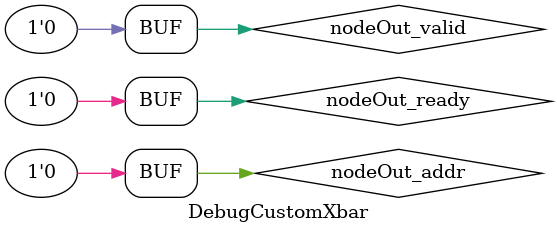
<source format=sv>
`ifndef RANDOMIZE
  `ifdef RANDOMIZE_REG_INIT
    `define RANDOMIZE
  `endif // RANDOMIZE_REG_INIT
`endif // not def RANDOMIZE
`ifndef RANDOMIZE
  `ifdef RANDOMIZE_MEM_INIT
    `define RANDOMIZE
  `endif // RANDOMIZE_MEM_INIT
`endif // not def RANDOMIZE

`ifndef RANDOM
  `define RANDOM $random
`endif // not def RANDOM

// Users can define 'ASSERT_VERBOSE_COND' to add an extra gate to assert error printing.
`ifndef ASSERT_VERBOSE_COND_
  `ifdef ASSERT_VERBOSE_COND
    `define ASSERT_VERBOSE_COND_ (`ASSERT_VERBOSE_COND)
  `else  // ASSERT_VERBOSE_COND
    `define ASSERT_VERBOSE_COND_ 1
  `endif // ASSERT_VERBOSE_COND
`endif // not def ASSERT_VERBOSE_COND_

// Users can define 'STOP_COND' to add an extra gate to stop conditions.
`ifndef STOP_COND_
  `ifdef STOP_COND
    `define STOP_COND_ (`STOP_COND)
  `else  // STOP_COND
    `define STOP_COND_ 1
  `endif // STOP_COND
`endif // not def STOP_COND_

// Users can define INIT_RANDOM as general code that gets injected into the
// initializer block for modules with registers.
`ifndef INIT_RANDOM
  `define INIT_RANDOM
`endif // not def INIT_RANDOM

// If using random initialization, you can also define RANDOMIZE_DELAY to
// customize the delay used, otherwise 0.002 is used.
`ifndef RANDOMIZE_DELAY
  `define RANDOMIZE_DELAY 0.002
`endif // not def RANDOMIZE_DELAY

// Define INIT_RANDOM_PROLOG_ for use in our modules below.
`ifndef INIT_RANDOM_PROLOG_
  `ifdef RANDOMIZE
    `ifdef VERILATOR
      `define INIT_RANDOM_PROLOG_ `INIT_RANDOM
    `else  // VERILATOR
      `define INIT_RANDOM_PROLOG_ `INIT_RANDOM #`RANDOMIZE_DELAY begin end
    `endif // VERILATOR
  `else  // RANDOMIZE
    `define INIT_RANDOM_PROLOG_
  `endif // RANDOMIZE
`endif // not def INIT_RANDOM_PROLOG_

module DebugCustomXbar();
  wire nodeOut_addr = 1'h0;	// src/main/scala/diplomacy/LazyModule.scala:374:18, src/main/scala/diplomacy/Nodes.scala:1205:17
  wire nodeOut_ready = 1'h0;	// src/main/scala/diplomacy/LazyModule.scala:374:18, src/main/scala/diplomacy/Nodes.scala:1205:17
  wire nodeOut_valid = 1'h0;	// src/main/scala/diplomacy/LazyModule.scala:374:18, src/main/scala/diplomacy/Nodes.scala:1205:17
endmodule


</source>
